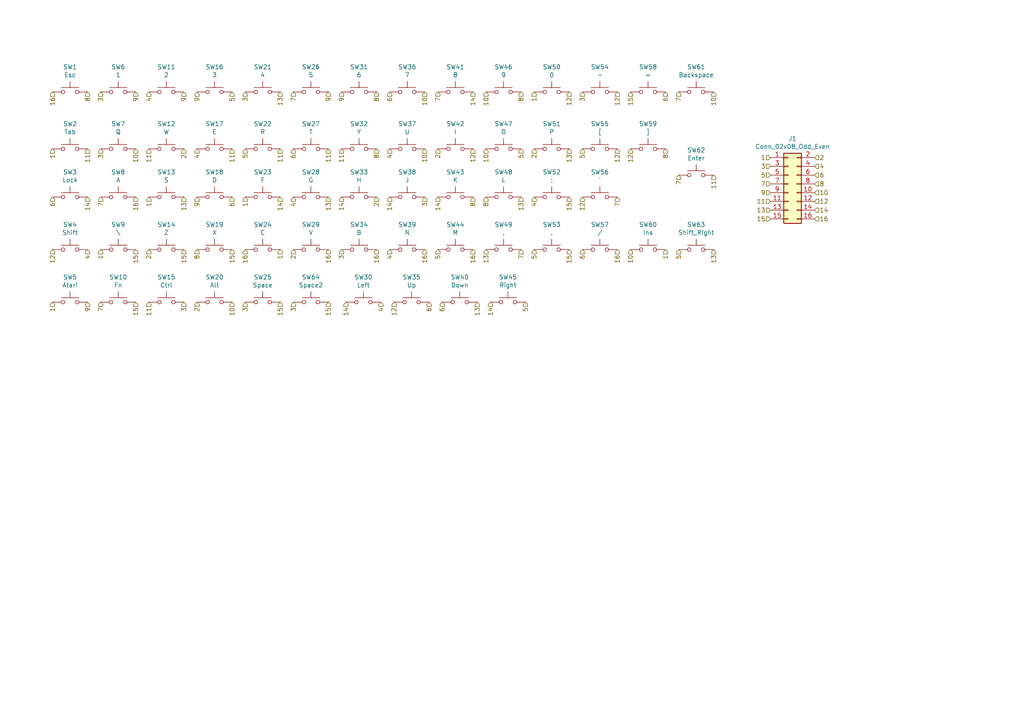
<source format=kicad_sch>
(kicad_sch (version 20211123) (generator eeschema)
  (paper "A4")
  (lib_symbols
    (symbol "Connector_Generic:Conn_02x08_Odd_Even" (pin_names (offset 1.016) hide)
      (property "Reference" "J" (at 1.27 10.16 0))
      (property "Value" "Conn_02x08_Odd_Even" (at 1.27 -12.7 0))
      (symbol "Conn_02x08_Odd_Even_1_1"
        (rectangle (start -1.27 -10.033) (end 0 -10.287) (stroke (width 0.1524)))
        (rectangle (start -1.27 -7.493) (end 0 -7.747) (stroke (width 0.1524)))
        (rectangle (start -1.27 -4.953) (end 0 -5.207) (stroke (width 0.1524)))
        (rectangle (start -1.27 -2.413) (end 0 -2.667) (stroke (width 0.1524)))
        (rectangle (start -1.27 0.127) (end 0 -0.127) (stroke (width 0.1524)))
        (rectangle (start -1.27 2.667) (end 0 2.413) (stroke (width 0.1524)))
        (rectangle (start -1.27 5.207) (end 0 4.953) (stroke (width 0.1524)))
        (rectangle (start -1.27 7.747) (end 0 7.493) (stroke (width 0.1524)))
        (rectangle (start -1.27 8.89) (end 3.81 -11.43) (stroke (width 0.254)) (fill (type background)))
        (rectangle (start 3.81 -10.033) (end 2.54 -10.287) (stroke (width 0.1524)))
        (rectangle (start 3.81 -7.493) (end 2.54 -7.747) (stroke (width 0.1524)))
        (rectangle (start 3.81 -4.953) (end 2.54 -5.207) (stroke (width 0.1524)))
        (rectangle (start 3.81 -2.413) (end 2.54 -2.667) (stroke (width 0.1524)))
        (rectangle (start 3.81 0.127) (end 2.54 -0.127) (stroke (width 0.1524)))
        (rectangle (start 3.81 2.667) (end 2.54 2.413) (stroke (width 0.1524)))
        (rectangle (start 3.81 5.207) (end 2.54 4.953) (stroke (width 0.1524)))
        (rectangle (start 3.81 7.747) (end 2.54 7.493) (stroke (width 0.1524)))
        (pin passive line (at -5.08 7.62 0) (length 3.81) (name "Pin_1") (number "1"))
        (pin passive line (at 7.62 -2.54 180) (length 3.81) (name "Pin_10") (number "10"))
        (pin passive line (at -5.08 -5.08 0) (length 3.81) (name "Pin_11") (number "11"))
        (pin passive line (at 7.62 -5.08 180) (length 3.81) (name "Pin_12") (number "12"))
        (pin passive line (at -5.08 -7.62 0) (length 3.81) (name "Pin_13") (number "13"))
        (pin passive line (at 7.62 -7.62 180) (length 3.81) (name "Pin_14") (number "14"))
        (pin passive line (at -5.08 -10.16 0) (length 3.81) (name "Pin_15") (number "15"))
        (pin passive line (at 7.62 -10.16 180) (length 3.81) (name "Pin_16") (number "16"))
        (pin passive line (at 7.62 7.62 180) (length 3.81) (name "Pin_2") (number "2"))
        (pin passive line (at -5.08 5.08 0) (length 3.81) (name "Pin_3") (number "3"))
        (pin passive line (at 7.62 5.08 180) (length 3.81) (name "Pin_4") (number "4"))
        (pin passive line (at -5.08 2.54 0) (length 3.81) (name "Pin_5") (number "5"))
        (pin passive line (at 7.62 2.54 180) (length 3.81) (name "Pin_6") (number "6"))
        (pin passive line (at -5.08 0 0) (length 3.81) (name "Pin_7") (number "7"))
        (pin passive line (at 7.62 0 180) (length 3.81) (name "Pin_8") (number "8"))
        (pin passive line (at -5.08 -2.54 0) (length 3.81) (name "Pin_9") (number "9"))
      )
    )
    (symbol "SwitchMembrane:SW_Push_Membrane" (pin_numbers hide) (pin_names (offset 1.016) hide)
      (property "Reference" "SW" (at 1.27 2.54 0))
      (property "Value" "SW_Push_Membrane" (at 0 -1.524 0))
      (symbol "SW_Push_Membrane_0_1"
        (circle (center -2.032 0) (radius 0.508))
        (polyline (pts (xy 0 1.27) (xy 0 3.048)))
        (polyline (pts (xy 2.54 1.27) (xy -2.54 1.27)))
        (circle (center 2.032 0) (radius 0.508))
        (pin passive line (at -5.08 0 0) (length 2.54) (name "1") (number "1"))
        (pin passive line (at 5.08 0 180) (length 2.54) (name "2") (number "2"))
      )
    )
  )
  (hierarchical_label "8" (shape input) (at 236.22 53.34 0))
  (hierarchical_label "3" (shape input) (at 99.06 72.39 270))
  (hierarchical_label "16" (shape input) (at 95.25 72.39 270))
  (hierarchical_label "3" (shape input) (at 71.12 87.63 270))
  (hierarchical_label "3" (shape input) (at 29.21 26.67 270))
  (hierarchical_label "15" (shape input) (at 39.37 72.39 270))
  (hierarchical_label "14" (shape input) (at 99.06 57.15 270))
  (hierarchical_label "7" (shape input) (at 196.85 50.8 270))
  (hierarchical_label "14" (shape input) (at 236.22 60.96 0))
  (hierarchical_label "15" (shape input) (at 165.1 72.39 270))
  (hierarchical_label "7" (shape input) (at 196.85 26.67 270))
  (hierarchical_label "11" (shape input) (at 43.18 87.63 270))
  (hierarchical_label "15" (shape input) (at 165.1 57.15 270))
  (hierarchical_label "8" (shape input) (at 25.4 26.67 270))
  (hierarchical_label "10" (shape input) (at 39.37 43.18 270))
  (hierarchical_label "4" (shape input) (at 113.03 72.39 270))
  (hierarchical_label "13" (shape input) (at 95.25 57.15 270))
  (hierarchical_label "9" (shape input) (at 53.34 26.67 270))
  (hierarchical_label "5" (shape input) (at 127 72.39 270))
  (hierarchical_label "1" (shape input) (at 43.18 57.15 270))
  (hierarchical_label "15" (shape input) (at 81.28 87.63 270))
  (hierarchical_label "16" (shape input) (at 123.19 72.39 270))
  (hierarchical_label "2" (shape input) (at 109.22 57.15 270))
  (hierarchical_label "8" (shape input) (at 140.97 57.15 270))
  (hierarchical_label "3" (shape input) (at 71.12 26.67 270))
  (hierarchical_label "7" (shape input) (at 151.13 72.39 270))
  (hierarchical_label "8" (shape input) (at 193.04 43.18 270))
  (hierarchical_label "15" (shape input) (at 182.88 26.67 270))
  (hierarchical_label "2" (shape input) (at 57.15 87.63 270))
  (hierarchical_label "15" (shape input) (at 95.25 87.63 270))
  (hierarchical_label "5" (shape input) (at 67.31 26.67 270))
  (hierarchical_label "5" (shape input) (at 151.13 43.18 270))
  (hierarchical_label "13" (shape input) (at 207.01 72.39 270))
  (hierarchical_label "11" (shape input) (at 81.28 43.18 270))
  (hierarchical_label "7" (shape input) (at 179.07 57.15 270))
  (hierarchical_label "12" (shape input) (at 114.3 87.63 270))
  (hierarchical_label "8" (shape input) (at 109.22 43.18 270))
  (hierarchical_label "1" (shape input) (at 15.24 43.18 270))
  (hierarchical_label "13" (shape input) (at 81.28 26.67 270))
  (hierarchical_label "4" (shape input) (at 110.49 87.63 270))
  (hierarchical_label "15" (shape input) (at 53.34 72.39 270))
  (hierarchical_label "1" (shape input) (at 223.52 45.72 180))
  (hierarchical_label "4" (shape input) (at 113.03 43.18 270))
  (hierarchical_label "13" (shape input) (at 223.52 60.96 180))
  (hierarchical_label "7" (shape input) (at 85.09 26.67 270))
  (hierarchical_label "6" (shape input) (at 124.46 87.63 270))
  (hierarchical_label "4" (shape input) (at 154.94 57.15 270))
  (hierarchical_label "3" (shape input) (at 29.21 43.18 270))
  (hierarchical_label "6" (shape input) (at 113.03 26.67 270))
  (hierarchical_label "14" (shape input) (at 81.28 57.15 270))
  (hierarchical_label "4" (shape input) (at 43.18 26.67 270))
  (hierarchical_label "9" (shape input) (at 223.52 55.88 180))
  (hierarchical_label "11" (shape input) (at 67.31 43.18 270))
  (hierarchical_label "8" (shape input) (at 109.22 26.67 270))
  (hierarchical_label "2" (shape input) (at 154.94 43.18 270))
  (hierarchical_label "14" (shape input) (at 100.33 87.63 270))
  (hierarchical_label "13" (shape input) (at 165.1 43.18 270))
  (hierarchical_label "12" (shape input) (at 179.07 43.18 270))
  (hierarchical_label "1" (shape input) (at 71.12 57.15 270))
  (hierarchical_label "16" (shape input) (at 179.07 72.39 270))
  (hierarchical_label "14" (shape input) (at 142.24 87.63 270))
  (hierarchical_label "11" (shape input) (at 25.4 43.18 270))
  (hierarchical_label "6" (shape input) (at 85.09 43.18 270))
  (hierarchical_label "6" (shape input) (at 236.22 50.8 0))
  (hierarchical_label "1" (shape input) (at 193.04 72.39 270))
  (hierarchical_label "8" (shape input) (at 57.15 72.39 270))
  (hierarchical_label "2" (shape input) (at 127 43.18 270))
  (hierarchical_label "9" (shape input) (at 39.37 26.67 270))
  (hierarchical_label "3" (shape input) (at 123.19 57.15 270))
  (hierarchical_label "9" (shape input) (at 57.15 26.67 270))
  (hierarchical_label "12" (shape input) (at 182.88 43.18 270))
  (hierarchical_label "11" (shape input) (at 207.01 50.8 270))
  (hierarchical_label "12" (shape input) (at 168.91 57.15 270))
  (hierarchical_label "10" (shape input) (at 123.19 43.18 270))
  (hierarchical_label "1" (shape input) (at 29.21 72.39 270))
  (hierarchical_label "16" (shape input) (at 15.24 26.67 270))
  (hierarchical_label "10" (shape input) (at 207.01 26.67 270))
  (hierarchical_label "15" (shape input) (at 67.31 72.39 270))
  (hierarchical_label "13" (shape input) (at 138.43 87.63 270))
  (hierarchical_label "2" (shape input) (at 43.18 72.39 270))
  (hierarchical_label "3" (shape input) (at 168.91 26.67 270))
  (hierarchical_label "5" (shape input) (at 168.91 43.18 270))
  (hierarchical_label "8" (shape input) (at 137.16 57.15 270))
  (hierarchical_label "3" (shape input) (at 223.52 48.26 180))
  (hierarchical_label "16" (shape input) (at 39.37 57.15 270))
  (hierarchical_label "9" (shape input) (at 99.06 26.67 270))
  (hierarchical_label "4" (shape input) (at 57.15 43.18 270))
  (hierarchical_label "3" (shape input) (at 53.34 87.63 270))
  (hierarchical_label "12" (shape input) (at 137.16 43.18 270))
  (hierarchical_label "15" (shape input) (at 39.37 87.63 270))
  (hierarchical_label "10" (shape input) (at 67.31 87.63 270))
  (hierarchical_label "5" (shape input) (at 223.52 50.8 180))
  (hierarchical_label "6" (shape input) (at 193.04 26.67 270))
  (hierarchical_label "7" (shape input) (at 223.52 53.34 180))
  (hierarchical_label "14" (shape input) (at 113.03 57.15 270))
  (hierarchical_label "14" (shape input) (at 25.4 57.15 270))
  (hierarchical_label "1" (shape input) (at 81.28 72.39 270))
  (hierarchical_label "2" (shape input) (at 85.09 72.39 270))
  (hierarchical_label "9" (shape input) (at 25.4 87.63 270))
  (hierarchical_label "12" (shape input) (at 179.07 26.67 270))
  (hierarchical_label "9" (shape input) (at 57.15 57.15 270))
  (hierarchical_label "15" (shape input) (at 223.52 63.5 180))
  (hierarchical_label "16" (shape input) (at 109.22 72.39 270))
  (hierarchical_label "7" (shape input) (at 127 26.67 270))
  (hierarchical_label "16" (shape input) (at 236.22 63.5 0))
  (hierarchical_label "12" (shape input) (at 165.1 26.67 270))
  (hierarchical_label "5" (shape input) (at 152.4 87.63 270))
  (hierarchical_label "5" (shape input) (at 154.94 72.39 270))
  (hierarchical_label "11" (shape input) (at 95.25 43.18 270))
  (hierarchical_label "4" (shape input) (at 25.4 72.39 270))
  (hierarchical_label "13" (shape input) (at 53.34 57.15 270))
  (hierarchical_label "2" (shape input) (at 53.34 43.18 270))
  (hierarchical_label "11" (shape input) (at 43.18 43.18 270))
  (hierarchical_label "11" (shape input) (at 223.52 58.42 180))
  (hierarchical_label "11" (shape input) (at 99.06 43.18 270))
  (hierarchical_label "6" (shape input) (at 67.31 57.15 270))
  (hierarchical_label "14" (shape input) (at 127 57.15 270))
  (hierarchical_label "4" (shape input) (at 85.09 57.15 270))
  (hierarchical_label "5" (shape input) (at 196.85 72.39 270))
  (hierarchical_label "4" (shape input) (at 236.22 48.26 0))
  (hierarchical_label "3" (shape input) (at 85.09 87.63 270))
  (hierarchical_label "6" (shape input) (at 168.91 72.39 270))
  (hierarchical_label "13" (shape input) (at 140.97 72.39 270))
  (hierarchical_label "7" (shape input) (at 29.21 87.63 270))
  (hierarchical_label "10" (shape input) (at 236.22 55.88 0))
  (hierarchical_label "12" (shape input) (at 236.22 58.42 0))
  (hierarchical_label "5" (shape input) (at 71.12 43.18 270))
  (hierarchical_label "6" (shape input) (at 128.27 87.63 270))
  (hierarchical_label "9" (shape input) (at 95.25 26.67 270))
  (hierarchical_label "10" (shape input) (at 140.97 26.67 270))
  (hierarchical_label "10" (shape input) (at 123.19 26.67 270))
  (hierarchical_label "14" (shape input) (at 137.16 26.67 270))
  (hierarchical_label "10" (shape input) (at 182.88 72.39 270))
  (hierarchical_label "16" (shape input) (at 71.12 72.39 270))
  (hierarchical_label "10" (shape input) (at 140.97 43.18 270))
  (hierarchical_label "2" (shape input) (at 236.22 45.72 0))
  (hierarchical_label "6" (shape input) (at 15.24 57.15 270))
  (hierarchical_label "1" (shape input) (at 15.24 87.63 270))
  (hierarchical_label "13" (shape input) (at 151.13 57.15 270))
  (hierarchical_label "1" (shape input) (at 154.94 26.67 270))
  (hierarchical_label "16" (shape input) (at 137.16 72.39 270))
  (hierarchical_label "7" (shape input) (at 29.21 57.15 270))
  (hierarchical_label "12" (shape input) (at 15.24 72.39 270))
  (hierarchical_label "8" (shape input) (at 151.13 26.67 270))
  (symbol (lib_id "SwitchMembrane:SW_Push_Membrane") (at 20.32 26.67 0) (unit 1)
    (property "Reference" "SW1" (at 20.32 19.431 0))
    (property "Value" "Esc" (at 20.32 21.7424 0))
    (property "Footprint" "keyboard:SW_Push_Membrane" (effects hide))
  )
  (symbol (lib_id "SwitchMembrane:SW_Push_Membrane") (at 34.29 26.67 0) (unit 1)
    (property "Reference" "SW6" (at 34.29 19.431 0))
    (property "Value" "1" (at 34.29 21.7424 0))
    (property "Footprint" "keyboard:SW_Push_Membrane" (effects hide))
  )
  (symbol (lib_id "SwitchMembrane:SW_Push_Membrane") (at 48.26 26.67 0) (unit 1)
    (property "Reference" "SW11" (at 48.26 19.431 0))
    (property "Value" "2" (at 48.26 21.7424 0))
    (property "Footprint" "keyboard:SW_Push_Membrane" (effects hide))
  )
  (symbol (lib_id "SwitchMembrane:SW_Push_Membrane") (at 62.23 26.67 0) (unit 1)
    (property "Reference" "SW16" (at 62.23 19.431 0))
    (property "Value" "3" (at 62.23 21.7424 0))
    (property "Footprint" "keyboard:SW_Push_Membrane" (effects hide))
  )
  (symbol (lib_id "SwitchMembrane:SW_Push_Membrane") (at 76.2 26.67 0) (unit 1)
    (property "Reference" "SW21" (at 76.2 19.431 0))
    (property "Value" "4" (at 76.2 21.7424 0))
    (property "Footprint" "keyboard:SW_Push_Membrane" (effects hide))
  )
  (symbol (lib_id "SwitchMembrane:SW_Push_Membrane") (at 90.17 26.67 0) (unit 1)
    (property "Reference" "SW26" (at 90.17 19.431 0))
    (property "Value" "5" (at 90.17 21.7424 0))
    (property "Footprint" "keyboard:SW_Push_Membrane" (effects hide))
  )
  (symbol (lib_id "SwitchMembrane:SW_Push_Membrane") (at 104.14 26.67 0) (unit 1)
    (property "Reference" "SW31" (at 104.14 19.431 0))
    (property "Value" "6" (at 104.14 21.7424 0))
    (property "Footprint" "keyboard:SW_Push_Membrane" (effects hide))
  )
  (symbol (lib_id "SwitchMembrane:SW_Push_Membrane") (at 118.11 26.67 0) (unit 1)
    (property "Reference" "SW36" (at 118.11 19.431 0))
    (property "Value" "7" (at 118.11 21.7424 0))
    (property "Footprint" "keyboard:SW_Push_Membrane" (effects hide))
  )
  (symbol (lib_id "SwitchMembrane:SW_Push_Membrane") (at 132.08 26.67 0) (unit 1)
    (property "Reference" "SW41" (at 132.08 19.431 0))
    (property "Value" "8" (at 132.08 21.7424 0))
    (property "Footprint" "keyboard:SW_Push_Membrane" (effects hide))
  )
  (symbol (lib_id "SwitchMembrane:SW_Push_Membrane") (at 146.05 26.67 0) (unit 1)
    (property "Reference" "SW46" (at 146.05 19.431 0))
    (property "Value" "9" (at 146.05 21.7424 0))
    (property "Footprint" "keyboard:SW_Push_Membrane" (effects hide))
  )
  (symbol (lib_id "SwitchMembrane:SW_Push_Membrane") (at 160.02 26.67 0) (unit 1)
    (property "Reference" "SW50" (at 160.02 19.431 0))
    (property "Value" "0" (at 160.02 21.7424 0))
    (property "Footprint" "keyboard:SW_Push_Membrane" (effects hide))
  )
  (symbol (lib_id "SwitchMembrane:SW_Push_Membrane") (at 173.99 26.67 0) (unit 1)
    (property "Reference" "SW54" (at 173.99 19.431 0))
    (property "Value" "-" (at 173.99 21.7424 0))
    (property "Footprint" "keyboard:SW_Push_Membrane" (effects hide))
  )
  (symbol (lib_id "SwitchMembrane:SW_Push_Membrane") (at 187.96 26.67 0) (unit 1)
    (property "Reference" "SW58" (at 187.96 19.431 0))
    (property "Value" "=" (at 187.96 21.7424 0))
    (property "Footprint" "keyboard:SW_Push_Membrane" (effects hide))
  )
  (symbol (lib_id "SwitchMembrane:SW_Push_Membrane") (at 201.93 26.67 0) (unit 1)
    (property "Reference" "SW61" (at 201.93 19.431 0))
    (property "Value" "Backspace" (at 201.93 21.7424 0))
    (property "Footprint" "keyboard:SW_Push_Membrane" (effects hide))
  )
  (symbol (lib_id "Connector_Generic:Conn_02x08_Odd_Even") (at 228.6 53.34 0) (unit 1)
    (property "Reference" "J1" (at 229.87 40.2082 0))
    (property "Value" "Conn_02x08_Odd_Even" (at 229.87 42.5196 0))
    (property "Footprint" "Connector_FFC-FPC:TE_1-84953-6_1x16-1MP_P1.0mm_Horizontal" (effects hide))
  )
  (symbol (lib_id "SwitchMembrane:SW_Push_Membrane") (at 20.32 43.18 0) (unit 1)
    (property "Reference" "SW2" (at 20.32 35.941 0))
    (property "Value" "Tab" (at 20.32 38.2524 0))
    (property "Footprint" "keyboard:SW_Push_Membrane" (effects hide))
  )
  (symbol (lib_id "SwitchMembrane:SW_Push_Membrane") (at 34.29 43.18 0) (unit 1)
    (property "Reference" "SW7" (at 34.29 35.941 0))
    (property "Value" "Q" (at 34.29 38.2524 0))
    (property "Footprint" "keyboard:SW_Push_Membrane" (effects hide))
  )
  (symbol (lib_id "SwitchMembrane:SW_Push_Membrane") (at 48.26 43.18 0) (unit 1)
    (property "Reference" "SW12" (at 48.26 35.941 0))
    (property "Value" "W" (at 48.26 38.2524 0))
    (property "Footprint" "keyboard:SW_Push_Membrane" (effects hide))
  )
  (symbol (lib_id "SwitchMembrane:SW_Push_Membrane") (at 62.23 43.18 0) (unit 1)
    (property "Reference" "SW17" (at 62.23 35.941 0))
    (property "Value" "E" (at 62.23 38.2524 0))
    (property "Footprint" "keyboard:SW_Push_Membrane" (effects hide))
  )
  (symbol (lib_id "SwitchMembrane:SW_Push_Membrane") (at 76.2 43.18 0) (unit 1)
    (property "Reference" "SW22" (at 76.2 35.941 0))
    (property "Value" "R" (at 76.2 38.2524 0))
    (property "Footprint" "keyboard:SW_Push_Membrane" (effects hide))
  )
  (symbol (lib_id "SwitchMembrane:SW_Push_Membrane") (at 90.17 43.18 0) (unit 1)
    (property "Reference" "SW27" (at 90.17 35.941 0))
    (property "Value" "T" (at 90.17 38.2524 0))
    (property "Footprint" "keyboard:SW_Push_Membrane" (effects hide))
  )
  (symbol (lib_id "SwitchMembrane:SW_Push_Membrane") (at 104.14 43.18 0) (unit 1)
    (property "Reference" "SW32" (at 104.14 35.941 0))
    (property "Value" "Y" (at 104.14 38.2524 0))
    (property "Footprint" "keyboard:SW_Push_Membrane" (effects hide))
  )
  (symbol (lib_id "SwitchMembrane:SW_Push_Membrane") (at 118.11 43.18 0) (unit 1)
    (property "Reference" "SW37" (at 118.11 35.941 0))
    (property "Value" "U" (at 118.11 38.2524 0))
    (property "Footprint" "keyboard:SW_Push_Membrane" (effects hide))
  )
  (symbol (lib_id "SwitchMembrane:SW_Push_Membrane") (at 132.08 43.18 0) (unit 1)
    (property "Reference" "SW42" (at 132.08 35.941 0))
    (property "Value" "I" (at 132.08 38.2524 0))
    (property "Footprint" "keyboard:SW_Push_Membrane" (effects hide))
  )
  (symbol (lib_id "SwitchMembrane:SW_Push_Membrane") (at 146.05 43.18 0) (unit 1)
    (property "Reference" "SW47" (at 146.05 35.941 0))
    (property "Value" "O" (at 146.05 38.2524 0))
    (property "Footprint" "keyboard:SW_Push_Membrane" (effects hide))
  )
  (symbol (lib_id "SwitchMembrane:SW_Push_Membrane") (at 160.02 43.18 0) (unit 1)
    (property "Reference" "SW51" (at 160.02 35.941 0))
    (property "Value" "P" (at 160.02 38.2524 0))
    (property "Footprint" "keyboard:SW_Push_Membrane" (effects hide))
  )
  (symbol (lib_id "SwitchMembrane:SW_Push_Membrane") (at 173.99 43.18 0) (unit 1)
    (property "Reference" "SW55" (at 173.99 35.941 0))
    (property "Value" "[" (at 173.99 38.2524 0))
    (property "Footprint" "keyboard:SW_Push_Membrane" (effects hide))
  )
  (symbol (lib_id "SwitchMembrane:SW_Push_Membrane") (at 187.96 43.18 0) (unit 1)
    (property "Reference" "SW59" (at 187.96 35.941 0))
    (property "Value" "]" (at 187.96 38.2524 0))
    (property "Footprint" "keyboard:SW_Push_Membrane" (effects hide))
  )
  (symbol (lib_id "SwitchMembrane:SW_Push_Membrane") (at 201.93 50.8 0) (unit 1)
    (property "Reference" "SW62" (at 201.93 43.561 0))
    (property "Value" "Enter" (at 201.93 45.8724 0))
    (property "Footprint" "keyboard:SW_Push_Membrane" (effects hide))
  )
  (symbol (lib_id "SwitchMembrane:SW_Push_Membrane") (at 20.32 57.15 0) (unit 1)
    (property "Reference" "SW3" (at 20.32 49.911 0))
    (property "Value" "Lock" (at 20.32 52.2224 0))
    (property "Footprint" "keyboard:SW_Push_Membrane" (effects hide))
  )
  (symbol (lib_id "SwitchMembrane:SW_Push_Membrane") (at 34.29 57.15 0) (unit 1)
    (property "Reference" "SW8" (at 34.29 49.911 0))
    (property "Value" "A" (at 34.29 52.2224 0))
    (property "Footprint" "keyboard:SW_Push_Membrane" (effects hide))
  )
  (symbol (lib_id "SwitchMembrane:SW_Push_Membrane") (at 48.26 57.15 0) (unit 1)
    (property "Reference" "SW13" (at 48.26 49.911 0))
    (property "Value" "S" (at 48.26 52.2224 0))
    (property "Footprint" "keyboard:SW_Push_Membrane" (effects hide))
  )
  (symbol (lib_id "SwitchMembrane:SW_Push_Membrane") (at 62.23 57.15 0) (unit 1)
    (property "Reference" "SW18" (at 62.23 49.911 0))
    (property "Value" "D" (at 62.23 52.2224 0))
    (property "Footprint" "keyboard:SW_Push_Membrane" (effects hide))
  )
  (symbol (lib_id "SwitchMembrane:SW_Push_Membrane") (at 76.2 57.15 0) (unit 1)
    (property "Reference" "SW23" (at 76.2 49.911 0))
    (property "Value" "F" (at 76.2 52.2224 0))
    (property "Footprint" "keyboard:SW_Push_Membrane" (effects hide))
  )
  (symbol (lib_id "SwitchMembrane:SW_Push_Membrane") (at 90.17 57.15 0) (unit 1)
    (property "Reference" "SW28" (at 90.17 49.911 0))
    (property "Value" "G" (at 90.17 52.2224 0))
    (property "Footprint" "keyboard:SW_Push_Membrane" (effects hide))
  )
  (symbol (lib_id "SwitchMembrane:SW_Push_Membrane") (at 104.14 57.15 0) (unit 1)
    (property "Reference" "SW33" (at 104.14 49.911 0))
    (property "Value" "H" (at 104.14 52.2224 0))
    (property "Footprint" "keyboard:SW_Push_Membrane" (effects hide))
  )
  (symbol (lib_id "SwitchMembrane:SW_Push_Membrane") (at 118.11 57.15 0) (unit 1)
    (property "Reference" "SW38" (at 118.11 49.911 0))
    (property "Value" "J" (at 118.11 52.2224 0))
    (property "Footprint" "keyboard:SW_Push_Membrane" (effects hide))
  )
  (symbol (lib_id "SwitchMembrane:SW_Push_Membrane") (at 132.08 57.15 0) (unit 1)
    (property "Reference" "SW43" (at 132.08 49.911 0))
    (property "Value" "K" (at 132.08 52.2224 0))
    (property "Footprint" "keyboard:SW_Push_Membrane" (effects hide))
  )
  (symbol (lib_id "SwitchMembrane:SW_Push_Membrane") (at 146.05 57.15 0) (unit 1)
    (property "Reference" "SW48" (at 146.05 49.911 0))
    (property "Value" "L" (at 146.05 52.2224 0))
    (property "Footprint" "keyboard:SW_Push_Membrane" (effects hide))
  )
  (symbol (lib_id "SwitchMembrane:SW_Push_Membrane") (at 160.02 57.15 0) (unit 1)
    (property "Reference" "SW52" (at 160.02 49.911 0))
    (property "Value" ";" (at 160.02 52.2224 0))
    (property "Footprint" "keyboard:SW_Push_Membrane" (effects hide))
  )
  (symbol (lib_id "SwitchMembrane:SW_Push_Membrane") (at 173.99 57.15 0) (unit 1)
    (property "Reference" "SW56" (at 173.99 49.911 0))
    (property "Value" "'" (at 173.99 52.2224 0))
    (property "Footprint" "keyboard:SW_Push_Membrane" (effects hide))
  )
  (symbol (lib_id "SwitchMembrane:SW_Push_Membrane") (at 20.32 72.39 0) (unit 1)
    (property "Reference" "SW4" (at 20.32 65.151 0))
    (property "Value" "Shift" (at 20.32 67.4624 0))
    (property "Footprint" "keyboard:SW_Push_Membrane" (effects hide))
  )
  (symbol (lib_id "SwitchMembrane:SW_Push_Membrane") (at 34.29 72.39 0) (unit 1)
    (property "Reference" "SW9" (at 34.29 65.151 0))
    (property "Value" "\\" (at 34.29 67.4624 0))
    (property "Footprint" "keyboard:SW_Push_Membrane" (effects hide))
  )
  (symbol (lib_id "SwitchMembrane:SW_Push_Membrane") (at 48.26 72.39 0) (unit 1)
    (property "Reference" "SW14" (at 48.26 65.151 0))
    (property "Value" "Z" (at 48.26 67.4624 0))
    (property "Footprint" "keyboard:SW_Push_Membrane" (effects hide))
  )
  (symbol (lib_id "SwitchMembrane:SW_Push_Membrane") (at 62.23 72.39 0) (unit 1)
    (property "Reference" "SW19" (at 62.23 65.151 0))
    (property "Value" "X" (at 62.23 67.4624 0))
    (property "Footprint" "keyboard:SW_Push_Membrane" (effects hide))
  )
  (symbol (lib_id "SwitchMembrane:SW_Push_Membrane") (at 76.2 72.39 0) (unit 1)
    (property "Reference" "SW24" (at 76.2 65.151 0))
    (property "Value" "C" (at 76.2 67.4624 0))
    (property "Footprint" "keyboard:SW_Push_Membrane" (effects hide))
  )
  (symbol (lib_id "SwitchMembrane:SW_Push_Membrane") (at 90.17 72.39 0) (unit 1)
    (property "Reference" "SW29" (at 90.17 65.151 0))
    (property "Value" "V" (at 90.17 67.4624 0))
    (property "Footprint" "keyboard:SW_Push_Membrane" (effects hide))
  )
  (symbol (lib_id "SwitchMembrane:SW_Push_Membrane") (at 104.14 72.39 0) (unit 1)
    (property "Reference" "SW34" (at 104.14 65.151 0))
    (property "Value" "B" (at 104.14 67.4624 0))
    (property "Footprint" "keyboard:SW_Push_Membrane" (effects hide))
  )
  (symbol (lib_id "SwitchMembrane:SW_Push_Membrane") (at 118.11 72.39 0) (unit 1)
    (property "Reference" "SW39" (at 118.11 65.151 0))
    (property "Value" "N" (at 118.11 67.4624 0))
    (property "Footprint" "keyboard:SW_Push_Membrane" (effects hide))
  )
  (symbol (lib_id "SwitchMembrane:SW_Push_Membrane") (at 132.08 72.39 0) (unit 1)
    (property "Reference" "SW44" (at 132.08 65.151 0))
    (property "Value" "M" (at 132.08 67.4624 0))
    (property "Footprint" "keyboard:SW_Push_Membrane" (effects hide))
  )
  (symbol (lib_id "SwitchMembrane:SW_Push_Membrane") (at 146.05 72.39 0) (unit 1)
    (property "Reference" "SW49" (at 146.05 65.151 0))
    (property "Value" "," (at 146.05 67.4624 0))
    (property "Footprint" "keyboard:SW_Push_Membrane" (effects hide))
  )
  (symbol (lib_id "SwitchMembrane:SW_Push_Membrane") (at 160.02 72.39 0) (unit 1)
    (property "Reference" "SW53" (at 160.02 65.151 0))
    (property "Value" "." (at 160.02 67.4624 0))
    (property "Footprint" "keyboard:SW_Push_Membrane" (effects hide))
  )
  (symbol (lib_id "SwitchMembrane:SW_Push_Membrane") (at 173.99 72.39 0) (unit 1)
    (property "Reference" "SW57" (at 173.99 65.151 0))
    (property "Value" "/" (at 173.99 67.4624 0))
    (property "Footprint" "keyboard:SW_Push_Membrane" (effects hide))
  )
  (symbol (lib_id "SwitchMembrane:SW_Push_Membrane") (at 187.96 72.39 0) (unit 1)
    (property "Reference" "SW60" (at 187.96 65.151 0))
    (property "Value" "Ins" (at 187.96 67.4624 0))
    (property "Footprint" "keyboard:SW_Push_Membrane" (effects hide))
  )
  (symbol (lib_id "SwitchMembrane:SW_Push_Membrane") (at 201.93 72.39 0) (unit 1)
    (property "Reference" "SW63" (at 201.93 65.151 0))
    (property "Value" "Shift_Right" (at 201.93 67.4624 0))
    (property "Footprint" "keyboard:SW_Push_Membrane" (effects hide))
  )
  (symbol (lib_id "SwitchMembrane:SW_Push_Membrane") (at 20.32 87.63 0) (unit 1)
    (property "Reference" "SW5" (at 20.32 80.391 0))
    (property "Value" "Atari" (at 20.32 82.7024 0))
    (property "Footprint" "keyboard:SW_Push_Membrane" (effects hide))
  )
  (symbol (lib_id "SwitchMembrane:SW_Push_Membrane") (at 34.29 87.63 0) (unit 1)
    (property "Reference" "SW10" (at 34.29 80.391 0))
    (property "Value" "Fn" (at 34.29 82.7024 0))
    (property "Footprint" "keyboard:SW_Push_Membrane" (effects hide))
  )
  (symbol (lib_id "SwitchMembrane:SW_Push_Membrane") (at 48.26 87.63 0) (unit 1)
    (property "Reference" "SW15" (at 48.26 80.391 0))
    (property "Value" "Ctrl" (at 48.26 82.7024 0))
    (property "Footprint" "keyboard:SW_Push_Membrane" (effects hide))
  )
  (symbol (lib_id "SwitchMembrane:SW_Push_Membrane") (at 62.23 87.63 0) (unit 1)
    (property "Reference" "SW20" (at 62.23 80.391 0))
    (property "Value" "Alt" (at 62.23 82.7024 0))
    (property "Footprint" "keyboard:SW_Push_Membrane" (effects hide))
  )
  (symbol (lib_id "SwitchMembrane:SW_Push_Membrane") (at 76.2 87.63 0) (unit 1)
    (property "Reference" "SW25" (at 76.2 80.391 0))
    (property "Value" "Space" (at 76.2 82.7024 0))
    (property "Footprint" "keyboard:SW_Push_Membrane" (effects hide))
  )
  (symbol (lib_id "SwitchMembrane:SW_Push_Membrane") (at 105.41 87.63 0) (unit 1)
    (property "Reference" "SW30" (at 105.41 80.391 0))
    (property "Value" "Left" (at 105.41 82.7024 0))
    (property "Footprint" "keyboard:SW_Push_Membrane" (effects hide))
  )
  (symbol (lib_id "SwitchMembrane:SW_Push_Membrane") (at 119.38 87.63 0) (unit 1)
    (property "Reference" "SW35" (at 119.38 80.391 0))
    (property "Value" "Up" (at 119.38 82.7024 0))
    (property "Footprint" "keyboard:SW_Push_Membrane" (effects hide))
  )
  (symbol (lib_id "SwitchMembrane:SW_Push_Membrane") (at 133.35 87.63 0) (unit 1)
    (property "Reference" "SW40" (at 133.35 80.391 0))
    (property "Value" "Down" (at 133.35 82.7024 0))
    (property "Footprint" "keyboard:SW_Push_Membrane" (effects hide))
  )
  (symbol (lib_id "SwitchMembrane:SW_Push_Membrane") (at 147.32 87.63 0) (unit 1)
    (property "Reference" "SW45" (at 147.32 80.391 0))
    (property "Value" "Right" (at 147.32 82.7024 0))
    (property "Footprint" "keyboard:SW_Push_Membrane" (effects hide))
  )
  (symbol (lib_id "SwitchMembrane:SW_Push_Membrane") (at 90.17 87.63 0) (unit 1)
    (property "Reference" "SW64" (at 90.17 80.391 0))
    (property "Value" "Space2" (at 90.17 82.7024 0))
    (property "Footprint" "keyboard:SW_Push_Membrane" (effects hide))
  )
)
</source>
